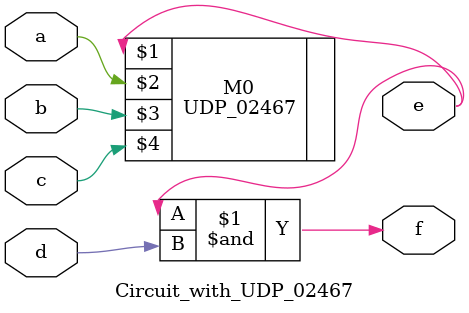
<source format=v>
module Circuit_with_UDP_02467 (e, f, a, b, c, d);
  output 	e, f;
  input		a, b, c, d;

 UDP_02467 	M0 (e, a, b, c);
  and		      (f, e, d);		//Option gate instance name omitted
endmodule

</source>
